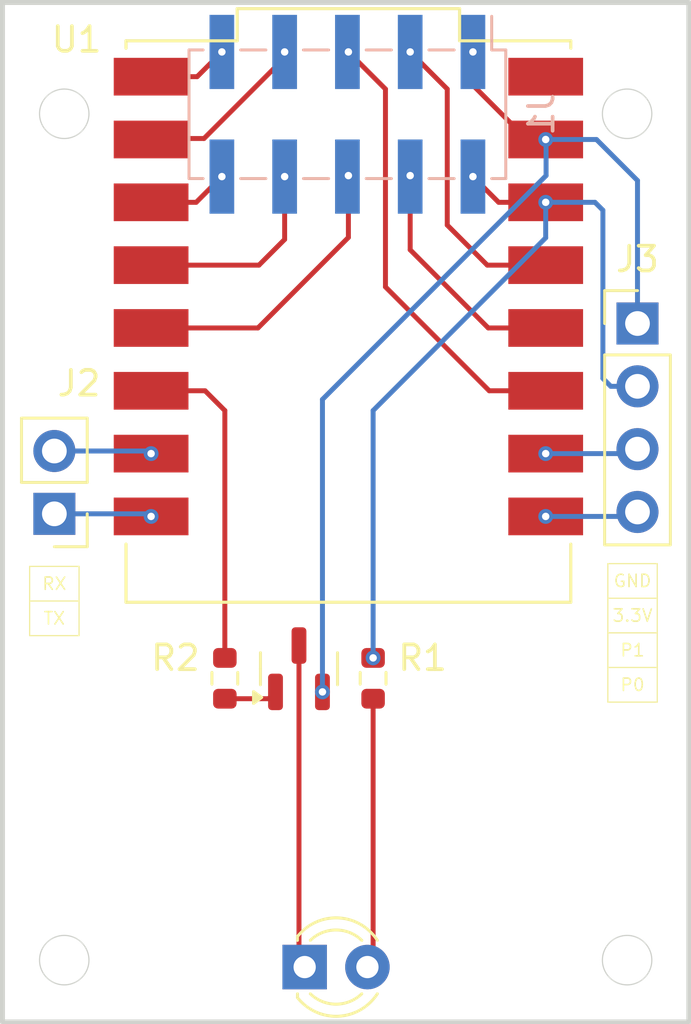
<source format=kicad_pcb>
(kicad_pcb (version 20241229) (generator "pcbnew") (generator_version "9.0")
  (layers (0 "F.Cu" signal) (2 "B.Cu" signal) (13 "F.Paste" user) (15 "B.Paste" user) (5 "F.SilkS" user "F.Silkscreen") (7 "B.SilkS" user "B.Silkscreen") (1 "F.Mask" user) (3 "B.Mask" user) (25 "Edge.Cuts" user))
  (net 0 "")
  (net 1 "Net-(D1-A)")
  (net 2 "/GPIO9")
  (net 3 "Net-(J2-Pin_2)")
  (net 4 "Net-(Q1-B)")
  (net 5 "Net-(J2-Pin_1)")
  (net 6 "GNDREF")
  (net 7 "Net-(D1-K)")
  (net 8 "/GPIO10")
  (net 9 "/3.3V")
  (net 11 "/GPIO3")
  (net 12 "/GPIO4")
  (net 13 "/GPIO2")
  (net 14 "/GPIO7")
  (net 15 "/GPIO8")
  (net 16 "/GPIO6")
  (net 17 "/GPIO5")
  (net 18 "/GPIO1")
  (net 19 "/GPIO0")
  (footprint "Connector_PinHeader_2.54mm:PinHeader_1x04_P2.54mm_Vertical" (layer "F.Cu") (at 129.2 57.98)
    (property "Reference" "J3" (at 0 -2.6 0) (layer "F.SilkS"))
    (property "Value" "Conn_01x04_Pin" (hide yes))
    (fp_line (start -1.33 -1.33) (end 0 -1.33) (stroke (width 0.12)) (layer "F.SilkS"))
    (fp_line (start -1.33 0) (end -1.33 -1.33) (stroke (width 0.12)) (layer "F.SilkS"))
    (fp_line (start -1.33 1.27) (end -1.33 8.95) (stroke (width 0.12)) (layer "F.SilkS"))
    (fp_line (start -1.33 1.27) (end 1.33 1.27) (stroke (width 0.12)) (layer "F.SilkS"))
    (fp_line (start -1.33 8.95) (end 1.33 8.95) (stroke (width 0.12)) (layer "F.SilkS"))
    (fp_line (start 1.33 1.27) (end 1.33 8.95) (stroke (width 0.12)) (layer "F.SilkS"))
    (pad "1" thru_hole rect (at 0 0) (size 1.7 1.7) (drill 1) (layers "*.Cu" "*.Mask") (net 6 "GNDREF"))
    (pad "2" thru_hole oval (at 0 2.54) (size 1.7 1.7) (drill 1) (layers "*.Cu" "*.Mask") (net 9 "/3.3V"))
    (pad "3" thru_hole oval (at 0 5.08) (size 1.7 1.7) (drill 1) (layers "*.Cu" "*.Mask") (net 18 "/GPIO1"))
    (pad "4" thru_hole oval (at 0 7.62) (size 1.7 1.7) (drill 1) (layers "*.Cu" "*.Mask") (net 19 "/GPIO0"))
  )
  (footprint "Connector_PinHeader_2.54mm:PinHeader_1x02_P2.54mm_Vertical" (layer "F.Cu") (at 105.6 65.675 180)
    (property "Reference" "J2" (at -1 5.275 180) (layer "F.SilkS"))
    (property "Value" "Conn_01x02_Pin" (hide yes))
    (fp_line (start 1.33 1.27) (end 1.33 3.87) (stroke (width 0.12)) (layer "F.SilkS"))
    (fp_line (start -1.33 3.87) (end 1.33 3.87) (stroke (width 0.12)) (layer "F.SilkS"))
    (fp_line (start -1.33 1.27) (end 1.33 1.27) (stroke (width 0.12)) (layer "F.SilkS"))
    (fp_line (start -1.33 1.27) (end -1.33 3.87) (stroke (width 0.12)) (layer "F.SilkS"))
    (fp_line (start -1.33 0) (end -1.33 -1.33) (stroke (width 0.12)) (layer "F.SilkS"))
    (fp_line (start -1.33 -1.33) (end 0 -1.33) (stroke (width 0.12)) (layer "F.SilkS"))
    (pad "1" thru_hole rect (at 0 0 180) (size 1.7 1.7) (drill 1) (layers "*.Cu" "*.Mask") (net 5 "Net-(J2-Pin_1)"))
    (pad "2" thru_hole oval (at 0 2.54 180) (size 1.7 1.7) (drill 1) (layers "*.Cu" "*.Mask") (net 3 "Net-(J2-Pin_2)"))
  )
  (footprint "Resistor_SMD:R_0603_1608Metric" (layer "F.Cu") (at 118.5 72.325 -90)
    (property "Reference" "R1" (at -0.825 -2 180) (layer "F.SilkS"))
    (property "Value" "100" (hide yes))
    (fp_line (start -0.237258 0.5225) (end 0.237258 0.5225) (stroke (width 0.12)) (layer "F.SilkS"))
    (fp_line (start -0.237258 -0.5225) (end 0.237258 -0.5225) (stroke (width 0.12)) (layer "F.SilkS"))
    (pad "1" smd roundrect (at -0.825 0 270) (size 0.8 0.95) (layers "F.Cu" "F.Mask" "F.Paste") (net 9 "/3.3V"))
    (pad "2" smd roundrect (at 0.825 0 270) (size 0.8 0.95) (layers "F.Cu" "F.Mask" "F.Paste") (net 1 "Net-(D1-A)"))
  )
  (footprint "LED_THT:LED_D3.0mm_IRBlack" (layer "F.Cu") (at 115.73 84)
    (property "Reference" "D1" (hide yes))
    (property "Value" "IR204A" (hide yes))
    (fp_line (start -0.29 -1.236) (end -0.29 -1.08) (stroke (width 0.12)) (layer "F.SilkS"))
    (fp_line (start -0.29 1.08) (end -0.29 1.236) (stroke (width 0.12)) (layer "F.SilkS"))
    (fp_arc (start -0.29 -1.235516) (mid 1.365624 -1.987701) (end 2.941397 -1.080061) (stroke (width 0.12)) (layer "F.SilkS"))
    (fp_arc (start 0.229039 -1.08) (mid 1.269964 -1.5) (end 2.31091 -1.080049) (stroke (width 0.12)) (layer "F.SilkS"))
    (fp_arc (start 2.31091 1.080049) (mid 1.269964 1.5) (end 0.229039 1.08) (stroke (width 0.12)) (layer "F.SilkS"))
    (fp_arc (start 2.941397 1.080061) (mid 1.365624 1.987701) (end -0.29 1.235516) (stroke (width 0.12)) (layer "F.SilkS"))
    (pad "1" thru_hole rect (at 0 0) (size 1.8 1.8) (drill 0.9) (layers "*.Cu" "*.Mask") (net 7 "Net-(D1-K)"))
    (pad "2" thru_hole circle (at 2.54 0) (size 1.8 1.8) (drill 0.9) (layers "*.Cu" "*.Mask") (net 1 "Net-(D1-A)"))
  )
  (footprint "Resistor_SMD:R_0603_1608Metric" (layer "F.Cu") (at 112.5 72.325 -90)
    (property "Reference" "R2" (at -0.825 2 180) (layer "F.SilkS"))
    (property "Value" "10K" (hide yes))
    (fp_line (start -0.237258 0.5225) (end 0.237258 0.5225) (stroke (width 0.12)) (layer "F.SilkS"))
    (fp_line (start -0.237258 -0.5225) (end 0.237258 -0.5225) (stroke (width 0.12)) (layer "F.SilkS"))
    (pad "1" smd roundrect (at -0.825 0 270) (size 0.8 0.95) (layers "F.Cu" "F.Mask" "F.Paste") (net 8 "/GPIO10"))
    (pad "2" smd roundrect (at 0.825 0 270) (size 0.8 0.95) (layers "F.Cu" "F.Mask" "F.Paste") (net 4 "Net-(Q1-B)"))
  )
  (footprint "ESP32-C3_SUPERMINI_SMD:MODULE_ESP32-C3_SUPERMINI" (layer "F.Cu") (at 117.5 57.9)
    (property "Reference" "U1" (at -11 -11.4 180) (layer "F.SilkS"))
    (property "Value" "ESP32-C3_SUPERMINI_SMD" (hide yes))
    (fp_line (start -9 -11.05) (end -9 -11.35) (stroke (width 0.127)) (layer "F.SilkS"))
    (fp_line (start -9 11.35) (end -9 9) (stroke (width 0.127)) (layer "F.SilkS"))
    (fp_line (start -4.5 -12.65) (end -4.5 -11.35) (stroke (width 0.127)) (layer "F.SilkS"))
    (fp_line (start -4.5 -11.35) (end -9 -11.35) (stroke (width 0.127)) (layer "F.SilkS"))
    (fp_line (start 4.5 -12.65) (end -4.5 -12.65) (stroke (width 0.127)) (layer "F.SilkS"))
    (fp_line (start 4.5 -12.65) (end 4.5 -11.35) (stroke (width 0.127)) (layer "F.SilkS"))
    (fp_line (start 9 -11.35) (end 4.5 -11.35) (stroke (width 0.127)) (layer "F.SilkS"))
    (fp_line (start 9 -11.05) (end 9 -11.35) (stroke (width 0.127)) (layer "F.SilkS"))
    (fp_line (start 9 11.35) (end -9 11.35) (stroke (width 0.127)) (layer "F.SilkS"))
    (fp_line (start 9 11.35) (end 9 9) (stroke (width 0.127)) (layer "F.SilkS"))
    (pad "0" smd rect (at 7.985 7.88) (size 3.025 1.524) (layers "F.Cu" "F.Mask" "F.Paste") (net 19 "/GPIO0"))
    (pad "1" smd rect (at 7.985 5.34) (size 3.025 1.524) (layers "F.Cu" "F.Mask" "F.Paste") (net 18 "/GPIO1"))
    (pad "2" smd rect (at 7.985 2.8) (size 3.025 1.524) (layers "F.Cu" "F.Mask" "F.Paste") (net 13 "/GPIO2"))
    (pad "3" smd rect (at 7.985 0.26) (size 3.025 1.524) (layers "F.Cu" "F.Mask" "F.Paste") (net 11 "/GPIO3"))
    (pad "3.3" smd rect (at 7.985 -4.82) (size 3.025 1.524) (layers "F.Cu" "F.Mask" "F.Paste") (net 9 "/3.3V"))
    (pad "4" smd rect (at 7.985 -2.28) (size 3.025 1.524) (layers "F.Cu" "F.Mask" "F.Paste") (net 12 "/GPIO4"))
    (pad "5" smd rect (at -7.985 -9.9) (size 3.025 1.524) (layers "F.Cu" "F.Mask" "F.Paste") (net 17 "/GPIO5"))
    (pad "5V" smd rect (at 7.985 -9.9) (size 3.025 1.524) (layers "F.Cu" "F.Mask" "F.Paste"))
    (pad "6" smd rect (at -7.985 -7.36) (size 3.025 1.524) (layers "F.Cu" "F.Mask" "F.Paste") (net 16 "/GPIO6"))
    (pad "7" smd rect (at -7.985 -4.82) (size 3.025 1.524) (layers "F.Cu" "F.Mask" "F.Paste") (net 14 "/GPIO7"))
    (pad "8" smd rect (at -7.985 -2.28) (size 3.025 1.524) (layers "F.Cu" "F.Mask" "F.Paste") (net 15 "/GPIO8"))
    (pad "9" smd rect (at -7.985 0.26) (size 3.025 1.524) (layers "F.Cu" "F.Mask" "F.Paste") (net 2 "/GPIO9"))
    (pad "10" smd rect (at -7.985 2.8) (size 3.025 1.524) (layers "F.Cu" "F.Mask" "F.Paste") (net 8 "/GPIO10"))
    (pad "20" smd rect (at -7.985 5.34) (size 3.025 1.524) (layers "F.Cu" "F.Mask" "F.Paste") (net 3 "Net-(J2-Pin_2)"))
    (pad "21" smd rect (at -7.985 7.88) (size 3.025 1.524) (layers "F.Cu" "F.Mask" "F.Paste") (net 5 "Net-(J2-Pin_1)"))
    (pad "G" smd rect (at 7.985 -7.36) (size 3.025 1.524) (layers "F.Cu" "F.Mask" "F.Paste") (net 6 "GNDREF"))
  )
  (footprint "Package_TO_SOT_SMD:SOT-23" (layer "F.Cu") (at 115.5 71.9375 90)
    (property "Reference" "Q1" (hide yes))
    (property "Value" "SS8050" (hide yes))
    (fp_line (start 0 -1.56) (end 0.65 -1.56) (stroke (width 0.12)) (layer "F.SilkS"))
    (fp_line (start 0 -1.56) (end -0.65 -1.56) (stroke (width 0.12)) (layer "F.SilkS"))
    (fp_line (start 0 1.56) (end 0.65 1.56) (stroke (width 0.12)) (layer "F.SilkS"))
    (fp_line (start 0 1.56) (end -0.65 1.56) (stroke (width 0.12)) (layer "F.SilkS"))
    (fp_poly (pts (xy -1.1625 -1.51) (xy -1.4025 -1.84) (xy -0.9225 -1.84) (xy -1.1625 -1.51)) (stroke (width 0.12)) (fill yes) (layer "F.SilkS"))
    (pad "1" smd roundrect (at -0.9375 -0.95 90) (size 1.475 0.6) (layers "F.Cu" "F.Mask" "F.Paste") (net 4 "Net-(Q1-B)"))
    (pad "2" smd roundrect (at -0.9375 0.95 90) (size 1.475 0.6) (layers "F.Cu" "F.Mask" "F.Paste") (net 6 "GNDREF"))
    (pad "3" smd roundrect (at 0.9375 0 90) (size 1.475 0.6) (layers "F.Cu" "F.Mask" "F.Paste") (net 7 "Net-(D1-K)"))
  )
  (footprint "Connector_PinSocket_2.54mm:PinSocket_2x05_P2.54mm_Vertical_SMD" (layer "B.Cu") (at 117.46 49.52 90)
    (property "Reference" "J1" (at 0 7.85 90) (layer "B.SilkS") (effects (justify mirror)))
    (property "Value" "Conn_02x05_Odd_Even" (hide yes))
    (fp_line (start -2.6 -6.41) (end 2.6 -6.41) (stroke (width 0.12)) (layer "B.SilkS"))
    (fp_line (start 2.6 -5.84) (end 2.6 -6.41) (stroke (width 0.12)) (layer "B.SilkS"))
    (fp_line (start -2.6 -5.84) (end -2.6 -6.41) (stroke (width 0.12)) (layer "B.SilkS"))
    (fp_line (start 2.6 -3.3) (end 2.6 -4.32) (stroke (width 0.12)) (layer "B.SilkS"))
    (fp_line (start -2.6 -3.3) (end -2.6 -4.32) (stroke (width 0.12)) (layer "B.SilkS"))
    (fp_line (start 2.6 -0.76) (end 2.6 -1.78) (stroke (width 0.12)) (layer "B.SilkS"))
    (fp_line (start -2.6 -0.76) (end -2.6 -1.78) (stroke (width 0.12)) (layer "B.SilkS"))
    (fp_line (start 2.6 1.78) (end 2.6 0.76) (stroke (width 0.12)) (layer "B.SilkS"))
    (fp_line (start -2.6 1.78) (end -2.6 0.76) (stroke (width 0.12)) (layer "B.SilkS"))
    (fp_line (start 2.6 4.32) (end 2.6 3.3) (stroke (width 0.12)) (layer "B.SilkS"))
    (fp_line (start -2.6 4.32) (end -2.6 3.3) (stroke (width 0.12)) (layer "B.SilkS"))
    (fp_line (start 2.6 5.84) (end 3.96 5.84) (stroke (width 0.12)) (layer "B.SilkS"))
    (fp_line (start 2.6 6.41) (end 2.6 5.84) (stroke (width 0.12)) (layer "B.SilkS"))
    (fp_line (start -2.6 6.41) (end -2.6 5.84) (stroke (width 0.12)) (layer "B.SilkS"))
    (fp_line (start -2.6 6.41) (end 2.6 6.41) (stroke (width 0.12)) (layer "B.SilkS"))
    (pad "1" smd rect (at 2.52 5.08 90) (size 3 1) (layers "B.Cu" "B.Mask" "B.Paste") (net 6 "GNDREF"))
    (pad "2" smd rect (at -2.52 5.08 90) (size 3 1) (layers "B.Cu" "B.Mask" "B.Paste") (net 9 "/3.3V"))
    (pad "3" smd rect (at 2.52 2.54 90) (size 3 1) (layers "B.Cu" "B.Mask" "B.Paste") (net 12 "/GPIO4"))
    (pad "4" smd rect (at -2.52 2.54 90) (size 3 1) (layers "B.Cu" "B.Mask" "B.Paste") (net 11 "/GPIO3"))
    (pad "5" smd rect (at 2.52 0 90) (size 3 1) (layers "B.Cu" "B.Mask" "B.Paste") (net 13 "/GPIO2"))
    (pad "6" smd rect (at -2.52 0 90) (size 3 1) (layers "B.Cu" "B.Mask" "B.Paste") (net 2 "/GPIO9"))
    (pad "7" smd rect (at 2.52 -2.54 90) (size 3 1) (layers "B.Cu" "B.Mask" "B.Paste") (net 16 "/GPIO6"))
    (pad "8" smd rect (at -2.52 -2.54 90) (size 3 1) (layers "B.Cu" "B.Mask" "B.Paste") (net 15 "/GPIO8"))
    (pad "9" smd rect (at 2.52 -5.08 90) (size 3 1) (layers "B.Cu" "B.Mask" "B.Paste") (net 17 "/GPIO5"))
    (pad "10" smd rect (at -2.52 -5.08 90) (size 3 1) (layers "B.Cu" "B.Mask" "B.Paste") (net 14 "/GPIO7"))
  )
  (gr_circle (center 128.78 83.72) (end 129.78 83.72) (stroke (width 0.05)) (fill no) (layer "Edge.Cuts"))
  (gr_circle (center 106 49.5) (end 107 49.5) (stroke (width 0.05)) (fill no) (layer "Edge.Cuts"))
  (gr_circle (center 106 83.72) (end 107 83.72) (stroke (width 0.05)) (fill no) (layer "Edge.Cuts"))
  (gr_circle (center 128.78 49.5) (end 129.78 49.5) (stroke (width 0.05)) (fill no) (layer "Edge.Cuts"))
  (gr_rect (start 103.5 45) (end 131.28 86.22) (stroke (width 0.2)) (fill no) (layer "Edge.Cuts"))
  (table (column_count 1) (layer "F.SilkS") (border (external yes) (header yes) (stroke (width 0.05))) (separators (rows yes) (cols yes) (stroke (width 0.05))) (column_widths 2) (row_heights 1.4 1.4 1.4 1.4) (cells (table_cell "GND" (start 128 67.6875) (end 130 69.0875) (margins 1.0025 1.0025 1.0025 1.0025) (span 1 1) (layer "B.SilkS") (effects (font (size 0.5 0.5)))) (table_cell "3.3V" (start 128 69.0875) (end 130 70.4875) (margins 1.0025 1.0025 1.0025 1.0025) (span 1 1) (layer "B.SilkS") (effects (font (size 0.5 0.5)))) (table_cell "P1" (start 128 70.4875) (end 130 71.8875) (margins 1.0025 1.0025 1.0025 1.0025) (span 1 1) (layer "B.SilkS") (effects (font (size 0.5 0.5)))) (table_cell "P0" (start 128 71.8875) (end 130 73.2875) (margins 1.0025 1.0025 1.0025 1.0025) (span 1 1) (layer "B.SilkS") (effects (font (size 0.5 0.5))))))
  (table (column_count 1) (layer "F.SilkS") (border (external yes) (header yes) (stroke (width 0.05))) (separators (rows yes) (cols yes) (stroke (width 0.05))) (column_widths 2) (row_heights 1.4 1.4) (cells (table_cell "RX" (start 104.6 67.8) (end 106.6 69.2) (margins 1.0025 1.0025 1.0025 1.0025) (span 1 1) (layer "F.SilkS") (effects (font (size 0.5 0.5)))) (table_cell "TX" (start 104.6 69.2) (end 106.6 70.6) (margins 1.0025 1.0025 1.0025 1.0025) (span 1 1) (layer "F.SilkS") (effects (font (size 0.5 0.5))))))
  (segment (start 118.5 73.15) (end 118.5 83.77) (width 0.2) (layer "F.Cu") (net 1))
  (segment (start 118.5 83.77) (end 118.27 84) (width 0.2) (layer "F.Cu") (net 1))
  (segment (start 117.5 54.5) (end 117.5 52) (width 0.2) (layer "F.Cu") (net 2))
  (segment (start 109.515 58.16) (end 113.84 58.16) (width 0.2) (layer "F.Cu") (net 2))
  (segment (start 113.84 58.16) (end 117.5 54.5) (width 0.2) (layer "F.Cu") (net 2))
  (via (at 117.5 52) (size 0.6) (drill 0.3) (layers "F.Cu" "B.Cu") (net 2))
  (segment (start 109.515 63.24) (end 109.3375 63.0625) (width 0.2) (layer "F.Cu") (net 3))
  (segment (start 109.275 63) (end 109.3375 63.0625) (width 0.2) (layer "F.Cu") (net 3))
  (via (at 109.515 63.24) (size 0.6) (drill 0.3) (layers "F.Cu" "B.Cu") (net 3))
  (segment (start 109.41 63.135) (end 109.515 63.24) (width 0.2) (layer "B.Cu") (net 3))
  (segment (start 105.6 63.135) (end 109.41 63.135) (width 0.2) (layer "B.Cu") (net 3))
  (segment (start 114.275 73.15) (end 114.55 72.875) (width 0.2) (layer "F.Cu") (net 4))
  (segment (start 112.5 73.15) (end 114.275 73.15) (width 0.2) (layer "F.Cu") (net 4))
  (segment (start 109.515 65.78) (end 109.58 65.78) (width 0.2) (layer "F.Cu") (net 5))
  (segment (start 109.58 65.78) (end 109.6 65.8) (width 0.2) (layer "F.Cu") (net 5))
  (via (at 109.515 65.78) (size 0.6) (drill 0.3) (layers "F.Cu" "B.Cu") (net 5))
  (segment (start 105 65.535) (end 106 65.535) (width 0.2) (layer "B.Cu") (net 5))
  (segment (start 109.41 65.675) (end 109.515 65.78) (width 0.2) (layer "B.Cu") (net 5))
  (segment (start 105.6 65.675) (end 109.41 65.675) (width 0.2) (layer "B.Cu") (net 5))
  (segment (start 122.54 48.3455) (end 122.54 47) (width 0.2) (layer "F.Cu") (net 6))
  (segment (start 124.7345 50.54) (end 122.54 48.3455) (width 0.2) (layer "F.Cu") (net 6))
  (segment (start 125.485 50.54) (end 124.7345 50.54) (width 0.2) (layer "F.Cu") (net 6))
  (via (at 125.485 50.54) (size 0.6) (drill 0.3) (layers "F.Cu" "B.Cu") (net 6))
  (via (at 116.45 72.875) (size 0.6) (drill 0.3) (layers "F.Cu" "B.Cu") (net 6))
  (via (at 122.54 47) (size 0.6) (drill 0.3) (layers "F.Cu" "B.Cu") (net 6))
  (segment (start 116.5 73) (end 116.45 72.95) (width 0.2) (layer "B.Cu") (net 6))
  (segment (start 116.45 72.95) (end 116.45 72.875) (width 0.2) (layer "B.Cu") (net 6))
  (segment (start 127.54 50.54) (end 129.2 52.2) (width 0.2) (layer "B.Cu") (net 6))
  (segment (start 125.485 50.54) (end 127.54 50.54) (width 0.2) (layer "B.Cu") (net 6))
  (segment (start 116.45 61.05) (end 116.45 72.875) (width 0.2) (layer "B.Cu") (net 6))
  (segment (start 125.5 52) (end 116.45 61.05) (width 0.2) (layer "B.Cu") (net 6))
  (segment (start 125.5 50.555) (end 125.5 52) (width 0.2) (layer "B.Cu") (net 6))
  (segment (start 129.2 52.2) (end 129.2 57.98) (width 0.2) (layer "B.Cu") (net 6))
  (segment (start 125.485 50.54) (end 125.5 50.555) (width 0.2) (layer "B.Cu") (net 6))
  (segment (start 115.5 83.77) (end 115.73 84) (width 0.2) (layer "F.Cu") (net 7))
  (segment (start 115.5 71) (end 115.5 83.77) (width 0.2) (layer "F.Cu") (net 7))
  (segment (start 111.7 60.7) (end 109.515 60.7) (width 0.2) (layer "F.Cu") (net 8))
  (segment (start 112.5 71.5) (end 112.5 61.5) (width 0.2) (layer "F.Cu") (net 8))
  (segment (start 112.5 61.5) (end 111.7 60.7) (width 0.2) (layer "F.Cu") (net 8))
  (segment (start 125.485 53.08) (end 123.58 53.08) (width 0.2) (layer "F.Cu") (net 9))
  (segment (start 123.58 53.08) (end 122.54 52.04) (width 0.2) (layer "F.Cu") (net 9))
  (via (at 118.5 71.5) (size 0.6) (drill 0.3) (layers "F.Cu" "B.Cu") (net 9))
  (via (at 125.485 53.08) (size 0.6) (drill 0.3) (layers "F.Cu" "B.Cu") (net 9))
  (via (at 122.54 52.04) (size 0.6) (drill 0.3) (layers "F.Cu" "B.Cu") (net 9))
  (segment (start 118.5 61.5) (end 125.485 54.515) (width 0.2) (layer "B.Cu") (net 9))
  (segment (start 128.12 60.52) (end 127.8 60.2) (width 0.2) (layer "B.Cu") (net 9))
  (segment (start 127.48 53.08) (end 125.485 53.08) (width 0.2) (layer "B.Cu") (net 9))
  (segment (start 118.5 61.5) (end 118.5 71.5) (width 0.2) (layer "B.Cu") (net 9))
  (segment (start 127.8 53.4) (end 127.48 53.08) (width 0.2) (layer "B.Cu") (net 9))
  (segment (start 127.8 60.2) (end 127.8 53.4) (width 0.2) (layer "B.Cu") (net 9))
  (segment (start 129.2 60.52) (end 128.12 60.52) (width 0.2) (layer "B.Cu") (net 9))
  (segment (start 125.485 54.515) (end 125.485 53.08) (width 0.2) (layer "B.Cu") (net 9))
  (segment (start 120 55) (end 120 52) (width 0.2) (layer "F.Cu") (net 11))
  (segment (start 123.16 58.16) (end 120 55) (width 0.2) (layer "F.Cu") (net 11))
  (segment (start 125.485 58.16) (end 123.16 58.16) (width 0.2) (layer "F.Cu") (net 11))
  (via (at 120 52) (size 0.6) (drill 0.3) (layers "F.Cu" "B.Cu") (net 11))
  (segment (start 121.5 48.5) (end 120 47) (width 0.2) (layer "F.Cu") (net 12))
  (segment (start 121.5 54) (end 121.5 48.5) (width 0.2) (layer "F.Cu") (net 12))
  (segment (start 123.12 55.62) (end 121.5 54) (width 0.2) (layer "F.Cu") (net 12))
  (segment (start 125.485 55.62) (end 123.12 55.62) (width 0.2) (layer "F.Cu") (net 12))
  (via (at 120 47) (size 0.6) (drill 0.3) (layers "F.Cu" "B.Cu") (net 12))
  (segment (start 119 48.5) (end 117.5 47) (width 0.2) (layer "F.Cu") (net 13))
  (segment (start 119 56.5) (end 119 48.5) (width 0.2) (layer "F.Cu") (net 13))
  (segment (start 123.2 60.7) (end 119 56.5) (width 0.2) (layer "F.Cu") (net 13))
  (segment (start 125.485 60.7) (end 123.2 60.7) (width 0.2) (layer "F.Cu") (net 13))
  (via (at 117.5 47) (size 0.6) (drill 0.3) (layers "F.Cu" "B.Cu") (net 13))
  (segment (start 109.515 53.08) (end 111.34 53.08) (width 0.2) (layer "F.Cu") (net 14))
  (segment (start 111.34 53.08) (end 112.38 52.04) (width 0.2) (layer "F.Cu") (net 14))
  (via (at 112.38 52.04) (size 0.6) (drill 0.3) (layers "F.Cu" "B.Cu") (net 14))
  (segment (start 113.88 55.62) (end 114.92 54.58) (width 0.2) (layer "F.Cu") (net 15))
  (segment (start 109.515 55.62) (end 113.88 55.62) (width 0.2) (layer "F.Cu") (net 15))
  (segment (start 114.92 54.58) (end 114.92 52.04) (width 0.2) (layer "F.Cu") (net 15))
  (via (at 114.92 52.04) (size 0.6) (drill 0.3) (layers "F.Cu" "B.Cu") (net 15))
  (segment (start 109.515 50.515) (end 109.5 50.5) (width 0.2) (layer "F.Cu") (net 16))
  (segment (start 111.655833 50.5) (end 114.92 47.235833) (width 0.2) (layer "F.Cu") (net 16))
  (segment (start 114.92 47.235833) (end 114.92 47) (width 0.2) (layer "F.Cu") (net 16))
  (segment (start 109.5 50.5) (end 111.655833 50.5) (width 0.2) (layer "F.Cu") (net 16))
  (segment (start 109.515 50.54) (end 109.515 50.515) (width 0.2) (layer "F.Cu") (net 16))
  (via (at 114.92 47) (size 0.6) (drill 0.3) (layers "F.Cu" "B.Cu") (net 16))
  (segment (start 109.515 48) (end 111.38 48) (width 0.2) (layer "F.Cu") (net 17))
  (segment (start 111.38 48) (end 112.38 47) (width 0.2) (layer "F.Cu") (net 17))
  (via (at 112.38 47) (size 0.6) (drill 0.3) (layers "F.Cu" "B.Cu") (net 17))
  (segment (start 125.725 63) (end 125.485 63.24) (width 0.2) (layer "F.Cu") (net 18))
  (via (at 125.485 63.24) (size 0.6) (drill 0.3) (layers "F.Cu" "B.Cu") (net 18))
  (segment (start 129.02 63.24) (end 129.2 63.06) (width 0.2) (layer "B.Cu") (net 18))
  (segment (start 125.485 63.24) (end 129.02 63.24) (width 0.2) (layer "B.Cu") (net 18))
  (via (at 125.485 65.78) (size 0.6) (drill 0.3) (layers "F.Cu" "B.Cu") (net 19))
  (segment (start 125.485 65.78) (end 129.02 65.78) (width 0.2) (layer "B.Cu") (net 19))
  (segment (start 129.02 65.78) (end 129.2 65.6) (width 0.2) (layer "B.Cu") (net 19))
)
</source>
